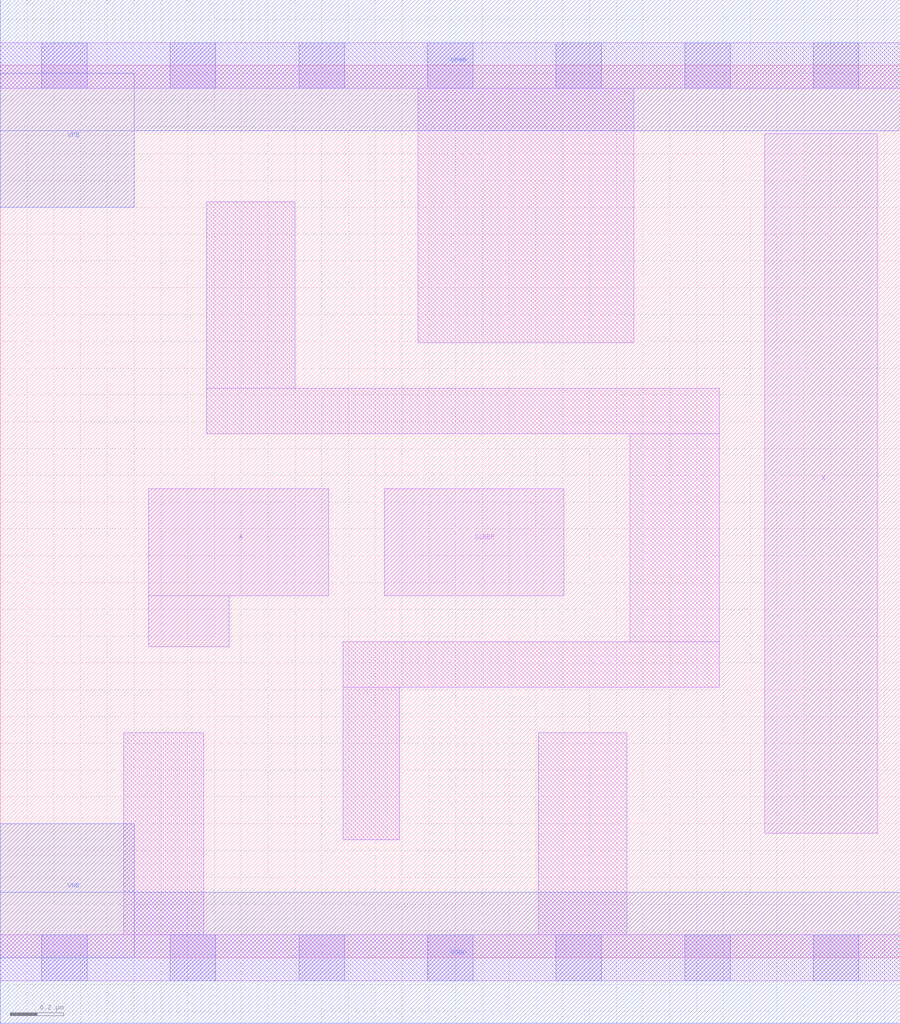
<source format=lef>
# Copyright 2020 The SkyWater PDK Authors
#
# Licensed under the Apache License, Version 2.0 (the "License");
# you may not use this file except in compliance with the License.
# You may obtain a copy of the License at
#
#     https://www.apache.org/licenses/LICENSE-2.0
#
# Unless required by applicable law or agreed to in writing, software
# distributed under the License is distributed on an "AS IS" BASIS,
# WITHOUT WARRANTIES OR CONDITIONS OF ANY KIND, either express or implied.
# See the License for the specific language governing permissions and
# limitations under the License.
#
# SPDX-License-Identifier: Apache-2.0

VERSION 5.5 ;
NAMESCASESENSITIVE ON ;
BUSBITCHARS "[]" ;
DIVIDERCHAR "/" ;
MACRO sky130_fd_sc_lp__inputiso1p_lp
  CLASS CORE ;
  SOURCE USER ;
  ORIGIN  0.000000  0.000000 ;
  SIZE  3.360000 BY  3.330000 ;
  SYMMETRY X Y R90 ;
  SITE unit ;
  PIN A
    ANTENNAGATEAREA  0.189000 ;
    DIRECTION INPUT ;
    USE SIGNAL ;
    PORT
      LAYER li1 ;
        RECT 0.555000 1.160000 0.855000 1.350000 ;
        RECT 0.555000 1.350000 1.225000 1.750000 ;
    END
  END A
  PIN SLEEP
    ANTENNAGATEAREA  0.189000 ;
    DIRECTION INPUT ;
    USE SIGNAL ;
    PORT
      LAYER li1 ;
        RECT 1.435000 1.350000 2.105000 1.750000 ;
    END
  END SLEEP
  PIN X
    ANTENNADIFFAREA  0.445200 ;
    DIRECTION OUTPUT ;
    USE SIGNAL ;
    PORT
      LAYER li1 ;
        RECT 2.855000 0.465000 3.275000 3.075000 ;
    END
  END X
  PIN VGND
    DIRECTION INOUT ;
    USE GROUND ;
    PORT
      LAYER met1 ;
        RECT 0.000000 -0.245000 3.360000 0.245000 ;
    END
  END VGND
  PIN VNB
    DIRECTION INOUT ;
    USE GROUND ;
    PORT
    END
  END VNB
  PIN VPB
    DIRECTION INOUT ;
    USE POWER ;
    PORT
    END
  END VPB
  PIN VNB
    DIRECTION INOUT ;
    USE GROUND ;
    PORT
      LAYER met1 ;
        RECT 0.000000 0.000000 0.500000 0.500000 ;
    END
  END VNB
  PIN VPB
    DIRECTION INOUT ;
    USE POWER ;
    PORT
      LAYER met1 ;
        RECT 0.000000 2.800000 0.500000 3.300000 ;
    END
  END VPB
  PIN VPWR
    DIRECTION INOUT ;
    USE POWER ;
    PORT
      LAYER met1 ;
        RECT 0.000000 3.085000 3.360000 3.575000 ;
    END
  END VPWR
  OBS
    LAYER li1 ;
      RECT 0.000000 -0.085000 3.360000 0.085000 ;
      RECT 0.000000  3.245000 3.360000 3.415000 ;
      RECT 0.460000  0.085000 0.760000 0.840000 ;
      RECT 0.770000  1.955000 2.685000 2.125000 ;
      RECT 0.770000  2.125000 1.100000 2.820000 ;
      RECT 1.280000  0.440000 1.490000 1.010000 ;
      RECT 1.280000  1.010000 2.685000 1.180000 ;
      RECT 1.560000  2.295000 2.365000 3.245000 ;
      RECT 2.010000  0.085000 2.340000 0.840000 ;
      RECT 2.350000  1.180000 2.685000 1.955000 ;
    LAYER mcon ;
      RECT 0.155000 -0.085000 0.325000 0.085000 ;
      RECT 0.155000  3.245000 0.325000 3.415000 ;
      RECT 0.635000 -0.085000 0.805000 0.085000 ;
      RECT 0.635000  3.245000 0.805000 3.415000 ;
      RECT 1.115000 -0.085000 1.285000 0.085000 ;
      RECT 1.115000  3.245000 1.285000 3.415000 ;
      RECT 1.595000 -0.085000 1.765000 0.085000 ;
      RECT 1.595000  3.245000 1.765000 3.415000 ;
      RECT 2.075000 -0.085000 2.245000 0.085000 ;
      RECT 2.075000  3.245000 2.245000 3.415000 ;
      RECT 2.555000 -0.085000 2.725000 0.085000 ;
      RECT 2.555000  3.245000 2.725000 3.415000 ;
      RECT 3.035000 -0.085000 3.205000 0.085000 ;
      RECT 3.035000  3.245000 3.205000 3.415000 ;
  END
END sky130_fd_sc_lp__inputiso1p_lp
END LIBRARY

</source>
